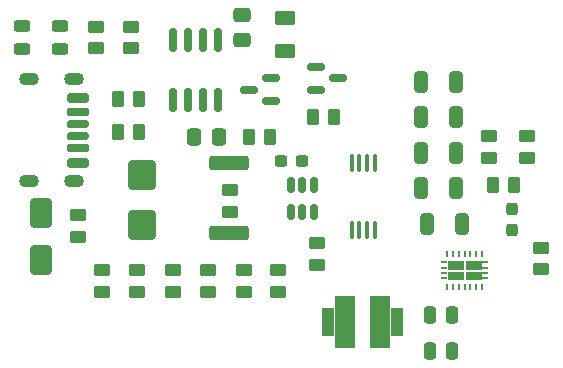
<source format=gbr>
%TF.GenerationSoftware,KiCad,Pcbnew,7.0.8*%
%TF.CreationDate,2024-12-11T22:25:20+01:00*%
%TF.ProjectId,LiPo_BuckBoost_Charger,4c69506f-5f42-4756-936b-426f6f73745f,rev?*%
%TF.SameCoordinates,Original*%
%TF.FileFunction,Paste,Top*%
%TF.FilePolarity,Positive*%
%FSLAX46Y46*%
G04 Gerber Fmt 4.6, Leading zero omitted, Abs format (unit mm)*
G04 Created by KiCad (PCBNEW 7.0.8) date 2024-12-11 22:25:20*
%MOMM*%
%LPD*%
G01*
G04 APERTURE LIST*
G04 Aperture macros list*
%AMRoundRect*
0 Rectangle with rounded corners*
0 $1 Rounding radius*
0 $2 $3 $4 $5 $6 $7 $8 $9 X,Y pos of 4 corners*
0 Add a 4 corners polygon primitive as box body*
4,1,4,$2,$3,$4,$5,$6,$7,$8,$9,$2,$3,0*
0 Add four circle primitives for the rounded corners*
1,1,$1+$1,$2,$3*
1,1,$1+$1,$4,$5*
1,1,$1+$1,$6,$7*
1,1,$1+$1,$8,$9*
0 Add four rect primitives between the rounded corners*
20,1,$1+$1,$2,$3,$4,$5,0*
20,1,$1+$1,$4,$5,$6,$7,0*
20,1,$1+$1,$6,$7,$8,$9,0*
20,1,$1+$1,$8,$9,$2,$3,0*%
G04 Aperture macros list end*
%ADD10C,0.010000*%
%ADD11RoundRect,0.250000X0.450000X-0.262500X0.450000X0.262500X-0.450000X0.262500X-0.450000X-0.262500X0*%
%ADD12RoundRect,0.150000X-0.587500X-0.150000X0.587500X-0.150000X0.587500X0.150000X-0.587500X0.150000X0*%
%ADD13RoundRect,0.175000X-0.750000X0.175000X-0.750000X-0.175000X0.750000X-0.175000X0.750000X0.175000X0*%
%ADD14RoundRect,0.190000X0.735000X-0.190000X0.735000X0.190000X-0.735000X0.190000X-0.735000X-0.190000X0*%
%ADD15RoundRect,0.200000X0.725000X-0.200000X0.725000X0.200000X-0.725000X0.200000X-0.725000X-0.200000X0*%
%ADD16RoundRect,0.175000X0.750000X-0.175000X0.750000X0.175000X-0.750000X0.175000X-0.750000X-0.175000X0*%
%ADD17RoundRect,0.190000X-0.735000X0.190000X-0.735000X-0.190000X0.735000X-0.190000X0.735000X0.190000X0*%
%ADD18RoundRect,0.200000X-0.725000X0.200000X-0.725000X-0.200000X0.725000X-0.200000X0.725000X0.200000X0*%
%ADD19O,1.700000X1.100000*%
%ADD20RoundRect,0.250000X-0.262500X-0.450000X0.262500X-0.450000X0.262500X0.450000X-0.262500X0.450000X0*%
%ADD21RoundRect,0.250000X-0.450000X0.262500X-0.450000X-0.262500X0.450000X-0.262500X0.450000X0.262500X0*%
%ADD22RoundRect,0.250000X0.337500X0.475000X-0.337500X0.475000X-0.337500X-0.475000X0.337500X-0.475000X0*%
%ADD23RoundRect,0.250000X0.650000X-1.000000X0.650000X1.000000X-0.650000X1.000000X-0.650000X-1.000000X0*%
%ADD24RoundRect,0.162500X0.162500X-0.825000X0.162500X0.825000X-0.162500X0.825000X-0.162500X-0.825000X0*%
%ADD25RoundRect,0.243750X0.456250X-0.243750X0.456250X0.243750X-0.456250X0.243750X-0.456250X-0.243750X0*%
%ADD26RoundRect,0.237500X0.300000X0.237500X-0.300000X0.237500X-0.300000X-0.237500X0.300000X-0.237500X0*%
%ADD27RoundRect,0.250000X0.250000X0.475000X-0.250000X0.475000X-0.250000X-0.475000X0.250000X-0.475000X0*%
%ADD28RoundRect,0.250000X0.325000X0.650000X-0.325000X0.650000X-0.325000X-0.650000X0.325000X-0.650000X0*%
%ADD29RoundRect,0.100000X-0.100000X0.637500X-0.100000X-0.637500X0.100000X-0.637500X0.100000X0.637500X0*%
%ADD30RoundRect,0.250000X0.475000X-0.337500X0.475000X0.337500X-0.475000X0.337500X-0.475000X-0.337500X0*%
%ADD31RoundRect,0.250000X-0.625000X0.375000X-0.625000X-0.375000X0.625000X-0.375000X0.625000X0.375000X0*%
%ADD32RoundRect,0.237500X0.237500X-0.300000X0.237500X0.300000X-0.237500X0.300000X-0.237500X-0.300000X0*%
%ADD33RoundRect,0.150000X0.150000X-0.512500X0.150000X0.512500X-0.150000X0.512500X-0.150000X-0.512500X0*%
%ADD34O,0.240000X0.600000*%
%ADD35R,0.575000X0.200000*%
%ADD36RoundRect,0.250000X0.262500X0.450000X-0.262500X0.450000X-0.262500X-0.450000X0.262500X-0.450000X0*%
%ADD37RoundRect,0.250000X-1.425000X0.362500X-1.425000X-0.362500X1.425000X-0.362500X1.425000X0.362500X0*%
%ADD38R,1.100000X2.400000*%
%ADD39R,1.800000X4.500000*%
%ADD40RoundRect,0.250000X0.900000X-1.000000X0.900000X1.000000X-0.900000X1.000000X-0.900000X-1.000000X0*%
%ADD41RoundRect,0.150000X0.587500X0.150000X-0.587500X0.150000X-0.587500X-0.150000X0.587500X-0.150000X0*%
G04 APERTURE END LIST*
%TO.C,U4*%
D10*
X111882500Y-46620000D02*
X110632641Y-46620000D01*
X110632641Y-45959081D01*
X111882500Y-45959081D01*
X111882500Y-46620000D01*
G36*
X111882500Y-46620000D02*
G01*
X110632641Y-46620000D01*
X110632641Y-45959081D01*
X111882500Y-45959081D01*
X111882500Y-46620000D01*
G37*
X110392500Y-46620000D02*
X109142010Y-46620000D01*
X109142010Y-45959720D01*
X110392500Y-45959720D01*
X110392500Y-46620000D01*
G36*
X110392500Y-46620000D02*
G01*
X109142010Y-46620000D01*
X109142010Y-45959720D01*
X110392500Y-45959720D01*
X110392500Y-46620000D01*
G37*
X111882500Y-47520000D02*
X110632623Y-47520000D01*
X110632623Y-46860123D01*
X111882500Y-46860123D01*
X111882500Y-47520000D01*
G36*
X111882500Y-47520000D02*
G01*
X110632623Y-47520000D01*
X110632623Y-46860123D01*
X111882500Y-46860123D01*
X111882500Y-47520000D01*
G37*
X110392500Y-47520000D02*
X109140490Y-47520000D01*
X109140490Y-46860176D01*
X110392500Y-46860176D01*
X110392500Y-47520000D01*
G36*
X110392500Y-47520000D02*
G01*
X109140490Y-47520000D01*
X109140490Y-46860176D01*
X110392500Y-46860176D01*
X110392500Y-47520000D01*
G37*
%TD*%
D11*
%TO.C,R9*%
X85800000Y-48575000D03*
X85800000Y-46750000D03*
%TD*%
D12*
%TO.C,Q2*%
X97900000Y-29550000D03*
X97900000Y-31450000D03*
X99775000Y-30500000D03*
%TD*%
D13*
%TO.C,J1*%
X77825000Y-34399340D03*
D14*
X77825000Y-36419340D03*
D15*
X77825000Y-37649340D03*
D16*
X77825000Y-35399340D03*
D17*
X77825000Y-33379340D03*
D18*
X77825000Y-32149340D03*
D19*
X77420000Y-30579340D03*
X73620000Y-30579340D03*
X77420000Y-39219340D03*
X73620000Y-39219340D03*
%TD*%
D20*
%TO.C,R19*%
X97667500Y-33800000D03*
X99492500Y-33800000D03*
%TD*%
D21*
%TO.C,R14*%
X117020000Y-44847500D03*
X117020000Y-46672500D03*
%TD*%
D22*
%TO.C,C1*%
X89683500Y-35500000D03*
X87608500Y-35500000D03*
%TD*%
D21*
%TO.C,R5*%
X90620000Y-39981500D03*
X90620000Y-41806500D03*
%TD*%
D23*
%TO.C,D4*%
X74650000Y-45900000D03*
X74650000Y-41900000D03*
%TD*%
D24*
%TO.C,U1*%
X85860000Y-32287500D03*
X87130000Y-32287500D03*
X88400000Y-32287500D03*
X89670000Y-32287500D03*
X89670000Y-27212500D03*
X88400000Y-27212500D03*
X87130000Y-27212500D03*
X85860000Y-27212500D03*
%TD*%
D21*
%TO.C,R15*%
X112612500Y-35387500D03*
X112612500Y-37212500D03*
%TD*%
D20*
%TO.C,R2*%
X81150000Y-32250000D03*
X82975000Y-32250000D03*
%TD*%
D25*
%TO.C,D2*%
X76265000Y-27967500D03*
X76265000Y-26092500D03*
%TD*%
D26*
%TO.C,C3*%
X96712500Y-37450000D03*
X94987500Y-37450000D03*
%TD*%
D27*
%TO.C,C4*%
X109469000Y-53550000D03*
X107569000Y-53550000D03*
%TD*%
D28*
%TO.C,C7*%
X109800000Y-39800000D03*
X106850000Y-39800000D03*
%TD*%
D29*
%TO.C,U3*%
X102900000Y-37642500D03*
X102250000Y-37642500D03*
X101600000Y-37642500D03*
X100950000Y-37642500D03*
X100950000Y-43367500D03*
X101600000Y-43367500D03*
X102250000Y-43367500D03*
X102900000Y-43367500D03*
%TD*%
D11*
%TO.C,R10*%
X82750000Y-48575000D03*
X82750000Y-46750000D03*
%TD*%
D27*
%TO.C,C5*%
X109469000Y-50550000D03*
X107569000Y-50550000D03*
%TD*%
D11*
%TO.C,R6*%
X94750000Y-48587500D03*
X94750000Y-46762500D03*
%TD*%
D30*
%TO.C,C2*%
X91700000Y-27237500D03*
X91700000Y-25162500D03*
%TD*%
D20*
%TO.C,R17*%
X112887500Y-39520000D03*
X114712500Y-39520000D03*
%TD*%
D21*
%TO.C,R13*%
X97980000Y-44437500D03*
X97980000Y-46262500D03*
%TD*%
D25*
%TO.C,D1*%
X73015000Y-27967500D03*
X73015000Y-26092500D03*
%TD*%
D28*
%TO.C,C6*%
X110275000Y-42800000D03*
X107325000Y-42800000D03*
%TD*%
%TO.C,C10*%
X109800000Y-30800000D03*
X106850000Y-30800000D03*
%TD*%
D11*
%TO.C,R8*%
X88800000Y-48587500D03*
X88800000Y-46762500D03*
%TD*%
D21*
%TO.C,R16*%
X115762500Y-35387500D03*
X115762500Y-37212500D03*
%TD*%
D31*
%TO.C,F1*%
X95350000Y-25350000D03*
X95350000Y-28150000D03*
%TD*%
D11*
%TO.C,R4*%
X79265000Y-27942500D03*
X79265000Y-26117500D03*
%TD*%
D32*
%TO.C,C11*%
X114570000Y-43322500D03*
X114570000Y-41597500D03*
%TD*%
D33*
%TO.C,U2*%
X95837500Y-41780000D03*
X96787500Y-41780000D03*
X97737500Y-41780000D03*
X97737500Y-39505000D03*
X96787500Y-39505000D03*
X95837500Y-39505000D03*
%TD*%
D20*
%TO.C,R1*%
X81150000Y-35000000D03*
X82975000Y-35000000D03*
%TD*%
D28*
%TO.C,C9*%
X109775000Y-33800000D03*
X106825000Y-33800000D03*
%TD*%
D34*
%TO.C,U4*%
X112012500Y-45340000D03*
X111512500Y-45340000D03*
X111012500Y-45340000D03*
X110512500Y-45340000D03*
X110012500Y-45340000D03*
X109512500Y-45340000D03*
X109012500Y-45340000D03*
X109012500Y-48140000D03*
X109512500Y-48140000D03*
X110012500Y-48140000D03*
X110512500Y-48140000D03*
X111012500Y-48140000D03*
X111512500Y-48140000D03*
X112012500Y-48140000D03*
D35*
X112225000Y-46050000D03*
X112225000Y-46510000D03*
X112225000Y-46970000D03*
X112225000Y-47430000D03*
X108800000Y-47430000D03*
X108800000Y-46970000D03*
X108800000Y-46510000D03*
X108800000Y-46050000D03*
%TD*%
D11*
%TO.C,R7*%
X91800000Y-48587500D03*
X91800000Y-46762500D03*
%TD*%
D36*
%TO.C,R12*%
X94062500Y-35500000D03*
X92237500Y-35500000D03*
%TD*%
D11*
%TO.C,R3*%
X82296000Y-27941000D03*
X82296000Y-26116000D03*
%TD*%
D21*
%TO.C,R20*%
X77750000Y-42087500D03*
X77750000Y-43912500D03*
%TD*%
D37*
%TO.C,R18*%
X90600000Y-37677500D03*
X90600000Y-43602500D03*
%TD*%
D38*
%TO.C,L1*%
X104820000Y-51158852D03*
D39*
X103370000Y-51158852D03*
X100370000Y-51158852D03*
D38*
X98920000Y-51158852D03*
%TD*%
D28*
%TO.C,C8*%
X109800000Y-36800000D03*
X106850000Y-36800000D03*
%TD*%
D40*
%TO.C,D3*%
X83220000Y-42940000D03*
X83220000Y-38640000D03*
%TD*%
D11*
%TO.C,R11*%
X79800000Y-48575000D03*
X79800000Y-46750000D03*
%TD*%
D41*
%TO.C,Q1*%
X94100000Y-32400000D03*
X94100000Y-30500000D03*
X92225000Y-31450000D03*
%TD*%
M02*

</source>
